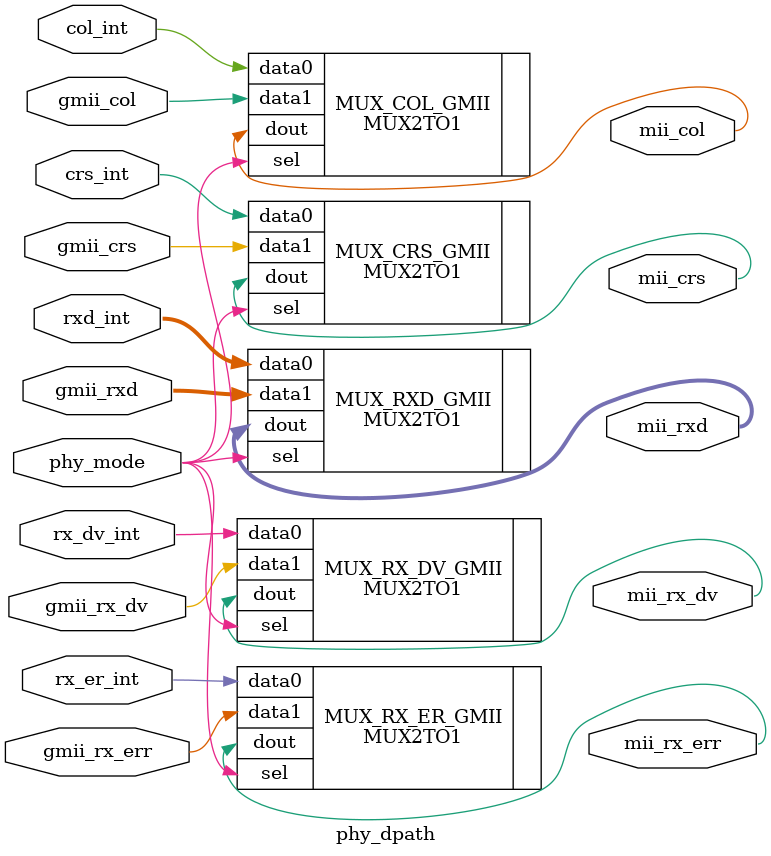
<source format=v>
/*%W%	%G%*/
/*************************************************************************
 *
 * File Name    : phy_dpath
 * Author Name  : John Lo
 * Description  : This module is composed of some simple logic     
 * 		  (i.e. muxes, buffers, small gates) which ties    
 * 		  together the different physical interfaces GEM   
 * 		  supports.                                   
 * 		                                                   
 * 		  The MAC will accept a clock from the SERDES if   
 * 		  the external MII/GMII is not being used.  If it  
 * 		  is being used, the nclk_div2 clocks are buffered 
 * 		  and given to MAC.  Otherwise these are ignored.  
 * 		                                                   
 * 		  PCS will get its transmit clock from the refclk  
 * 		  pin.                                             
 * 
 * Parent Module: bmac_pcs_core or xmac_pcs_core
 * Interface Mod:  
 * Date Created : 8/30/01
 *
 * Copyright (c) 2003, Sun Microsystems, Inc. 
 * Sun Proprietary and Confidential   
 *
 * Modification :
 * 
 * Synthesis Notes: 
 * 
 *************************************************************************/

 
module phy_dpath(
phy_mode,
rxd_int,	// from PCS block
rx_dv_int,	// from PCS block
rx_er_int,	// from PCS block
crs_int,	// from PCS block	
col_int,	// from PCS block
gmii_rxd,	// from external gmii interface	
gmii_rx_dv,	// from external gmii interface	
gmii_rx_err,	// from external gmii interface	
gmii_crs,	// from external gmii interface	
gmii_col,	// from external gmii interface	
// outputs
mii_rxd,	// to MAC
mii_rx_dv,	// to MAC
mii_rx_err,	// to MAC
mii_crs,	// to MAC
mii_col 	// to MAC
                 );

		
   input		phy_mode;
   input [7:0] 		rxd_int;	// from PCS block
   input 		rx_dv_int;	// from PCS block
   input 		rx_er_int;	// from PCS block
   input 		crs_int;	// from PCS block	
   input 		col_int;	// from PCS block
   input  [7:0] 	gmii_rxd;	// from external gmii interface	
   input  		gmii_rx_dv;	// from external gmii interface	
   input  		gmii_rx_err;	// from external gmii interface	
   input  		gmii_crs;	// from external gmii interface	
   input  		gmii_col;	// from external gmii interface
// outputs
   output [7:0] 	mii_rxd;	// to MAC
   output 		mii_rx_dv;	// to MAC
   output 		mii_rx_err;	// to MAC
   output 		mii_crs;	// to MAC
   output 		mii_col;	// to MAC
   

// in vega design, 
   // phy_mode (pcs_bypass) == 1 -> use rgmii interface and disable internal pcs.
   // phy_mode (pcs_bypass) == 0 -> use internal pcs.

MUX2TO1 #(8) MUX_RXD_GMII (.dout(mii_rxd),.sel(phy_mode),
		.data0(rxd_int[7:0]),
		.data1(gmii_rxd[7:0]));
MUX2TO1 #(1) MUX_RX_DV_GMII (.dout(mii_rx_dv),.sel(phy_mode),
		.data0(rx_dv_int),
		.data1(gmii_rx_dv));
MUX2TO1 #(1) MUX_RX_ER_GMII (.dout(mii_rx_err),.sel(phy_mode),
		.data0(rx_er_int),
		.data1(gmii_rx_err));
MUX2TO1 #(1) MUX_CRS_GMII (.dout(mii_crs),.sel(phy_mode),
		.data0(crs_int),
		.data1(gmii_crs));
MUX2TO1 #(1) MUX_COL_GMII (.dout(mii_col),.sel(phy_mode),
		.data0(col_int),
		.data1(gmii_col));



endmodule

</source>
